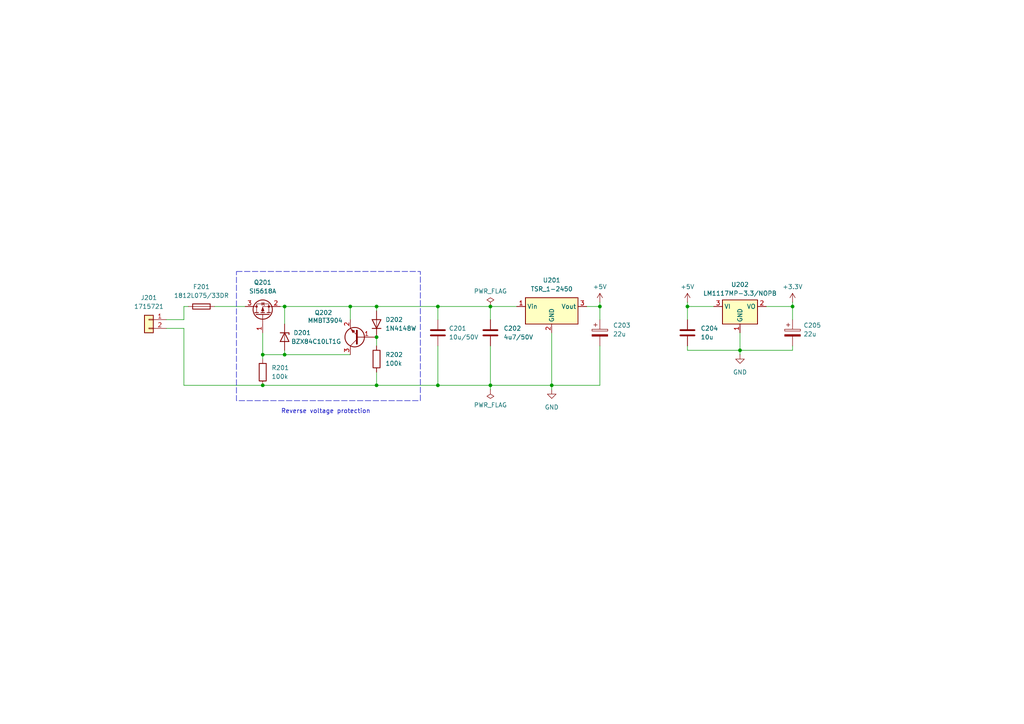
<source format=kicad_sch>
(kicad_sch (version 20231120) (generator "eeschema") (generator_version "8.0")
  (paper "A4")
  (lib_symbols
    (symbol "Connector_Generic:Conn_01x02" (pin_names (offset 1.016) hide)
      (property "Reference" "J" (at 0 2.54 0))
      (property "Value" "Conn_01x02" (at 0 -5.08 0))
      (symbol "Conn_01x02_1_1"
        (rectangle (start -1.27 -2.413) (end 0 -2.667) (stroke (width 0.1524)))
        (rectangle (start -1.27 0.127) (end 0 -0.127) (stroke (width 0.1524)))
        (rectangle (start -1.27 1.27) (end 1.27 -3.81) (stroke (width 0.254)) (fill (type background)))
        (pin passive line (at -5.08 0 0) (length 3.81) (name "Pin_1") (number "1"))
        (pin passive line (at -5.08 -2.54 0) (length 3.81) (name "Pin_2") (number "2"))
      )
    )
    (symbol "Device:C" (pin_numbers hide) (pin_names (offset 0.254))
      (property "Reference" "C" (at 0.635 2.54 0))
      (property "Value" "C" (at 0.635 -2.54 0))
      (symbol "C_0_1"
        (polyline (pts (xy -2.032 -0.762) (xy 2.032 -0.762)) (stroke (width 0.508)))
        (polyline (pts (xy -2.032 0.762) (xy 2.032 0.762)) (stroke (width 0.508)))
      )
      (symbol "C_1_1"
        (pin passive line (at 0 3.81 270) (length 2.794) (name "~") (number "1"))
        (pin passive line (at 0 -3.81 90) (length 2.794) (name "~") (number "2"))
      )
    )
    (symbol "Device:C_Polarized" (pin_numbers hide) (pin_names (offset 0.254))
      (property "Reference" "C" (at 0.635 2.54 0))
      (property "Value" "C_Polarized" (at 0.635 -2.54 0))
      (symbol "C_Polarized_0_1"
        (rectangle (start -2.286 0.508) (end 2.286 1.016))
        (polyline (pts (xy -1.778 2.286) (xy -0.762 2.286)))
        (polyline (pts (xy -1.27 2.794) (xy -1.27 1.778)))
        (rectangle (start 2.286 -0.508) (end -2.286 -1.016) (fill (type outline)))
      )
      (symbol "C_Polarized_1_1"
        (pin passive line (at 0 3.81 270) (length 2.794) (name "~") (number "1"))
        (pin passive line (at 0 -3.81 90) (length 2.794) (name "~") (number "2"))
      )
    )
    (symbol "Device:Fuse" (pin_numbers hide) (pin_names (offset 0))
      (property "Reference" "F" (at 2.032 0 90))
      (property "Value" "Fuse" (at -1.905 0 90))
      (symbol "Fuse_0_1"
        (rectangle (start -0.762 -2.54) (end 0.762 2.54) (stroke (width 0.254)))
        (polyline (pts (xy 0 2.54) (xy 0 -2.54)))
      )
      (symbol "Fuse_1_1"
        (pin passive line (at 0 3.81 270) (length 1.27) (name "~") (number "1"))
        (pin passive line (at 0 -3.81 90) (length 1.27) (name "~") (number "2"))
      )
    )
    (symbol "Device:Q_PMOS_GSD" (pin_names (offset 0) hide)
      (property "Reference" "Q" (at 5.08 1.27 0))
      (property "Value" "Q_PMOS_GSD" (at 5.08 -1.27 0))
      (symbol "Q_PMOS_GSD_0_1"
        (polyline (pts (xy 0.254 0) (xy -2.54 0)))
        (polyline (pts (xy 0.254 1.905) (xy 0.254 -1.905)) (stroke (width 0.254)))
        (polyline (pts (xy 0.762 -1.27) (xy 0.762 -2.286)) (stroke (width 0.254)))
        (polyline (pts (xy 0.762 0.508) (xy 0.762 -0.508)) (stroke (width 0.254)))
        (polyline (pts (xy 0.762 2.286) (xy 0.762 1.27)) (stroke (width 0.254)))
        (polyline (pts (xy 2.54 2.54) (xy 2.54 1.778)))
        (polyline (pts (xy 2.54 -2.54) (xy 2.54 0) (xy 0.762 0)))
        (polyline (pts (xy 0.762 1.778) (xy 3.302 1.778) (xy 3.302 -1.778) (xy 0.762 -1.778)))
        (polyline (pts (xy 2.286 0) (xy 1.27 0.381) (xy 1.27 -0.381) (xy 2.286 0)) (fill (type outline)))
        (polyline (pts (xy 2.794 -0.508) (xy 2.921 -0.381) (xy 3.683 -0.381) (xy 3.81 -0.254)))
        (polyline (pts (xy 3.302 -0.381) (xy 2.921 0.254) (xy 3.683 0.254) (xy 3.302 -0.381)))
        (circle (center 1.651 0) (radius 2.794) (stroke (width 0.254)))
        (circle (center 2.54 -1.778) (radius 0.254) (fill (type outline)))
        (circle (center 2.54 1.778) (radius 0.254) (fill (type outline)))
      )
      (symbol "Q_PMOS_GSD_1_1"
        (pin input line (at -5.08 0 0) (length 2.54) (name "G") (number "1"))
        (pin passive line (at 2.54 -5.08 90) (length 2.54) (name "S") (number "2"))
        (pin passive line (at 2.54 5.08 270) (length 2.54) (name "D") (number "3"))
      )
    )
    (symbol "Device:R" (pin_numbers hide) (pin_names (offset 0))
      (property "Reference" "R" (at 2.032 0 90))
      (property "Value" "R" (at 0 0 90))
      (symbol "R_0_1"
        (rectangle (start -1.016 -2.54) (end 1.016 2.54) (stroke (width 0.254)))
      )
      (symbol "R_1_1"
        (pin passive line (at 0 3.81 270) (length 1.27) (name "~") (number "1"))
        (pin passive line (at 0 -3.81 90) (length 1.27) (name "~") (number "2"))
      )
    )
    (symbol "Diode:1N4148W" (pin_numbers hide) (pin_names hide)
      (property "Reference" "D" (at 0 2.54 0))
      (property "Value" "1N4148W" (at 0 -2.54 0))
      (symbol "1N4148W_0_1"
        (polyline (pts (xy -1.27 1.27) (xy -1.27 -1.27)) (stroke (width 0.254)))
        (polyline (pts (xy 1.27 0) (xy -1.27 0)))
        (polyline (pts (xy 1.27 1.27) (xy 1.27 -1.27) (xy -1.27 0) (xy 1.27 1.27)) (stroke (width 0.254)))
      )
      (symbol "1N4148W_1_1"
        (pin passive line (at -3.81 0 0) (length 2.54) (name "K") (number "1"))
        (pin passive line (at 3.81 0 180) (length 2.54) (name "A") (number "2"))
      )
    )
    (symbol "Diode:BZX84Cxx" (pin_numbers hide) (pin_names hide)
      (property "Reference" "D" (at 0 3.81 0))
      (property "Value" "BZX84Cxx" (at 0 -3.81 0))
      (symbol "BZX84Cxx_0_1"
        (polyline (pts (xy 1.27 0) (xy -1.27 0)))
        (polyline (pts (xy -1.27 -1.27) (xy -1.27 1.27) (xy -0.762 1.27)) (stroke (width 0.254)))
        (polyline (pts (xy 1.27 -1.27) (xy 1.27 1.27) (xy -1.27 0) (xy 1.27 -1.27)) (stroke (width 0.254)))
      )
      (symbol "BZX84Cxx_1_1"
        (pin passive line (at 3.81 0 180) (length 2.54) (name "A") (number "1"))
        (pin no_connect line (at 1.27 0 180) (length 2.54) hide (name "NC") (number "2"))
        (pin passive line (at -3.81 0 0) (length 2.54) (name "K") (number "3"))
      )
    )
    (symbol "Regulator_Linear:LM1117MP-3.3"
      (property "Reference" "U" (at -3.81 3.175 0))
      (property "Value" "LM1117MP-3.3" (at 0 3.175 0))
      (symbol "LM1117MP-3.3_0_1"
        (rectangle (start -5.08 -5.08) (end 5.08 1.905) (stroke (width 0.254)) (fill (type background)))
      )
      (symbol "LM1117MP-3.3_1_1"
        (pin power_in line (at 0 -7.62 90) (length 2.54) (name "GND") (number "1"))
        (pin power_out line (at 7.62 0 180) (length 2.54) (name "VO") (number "2"))
        (pin power_in line (at -7.62 0 0) (length 2.54) (name "VI") (number "3"))
      )
    )
    (symbol "Regulator_Switching:TSR_1-2450"
      (property "Reference" "U" (at -7.62 6.35 0))
      (property "Value" "TSR_1-2450" (at -1.27 6.35 0))
      (symbol "TSR_1-2450_0_1"
        (rectangle (start -7.62 5.08) (end 7.62 -2.54) (stroke (width 0.254)) (fill (type background)))
      )
      (symbol "TSR_1-2450_1_1"
        (pin power_in line (at -10.16 2.54 0) (length 2.54) (name "Vin") (number "1"))
        (pin power_in line (at 0 -5.08 90) (length 2.54) (name "GND") (number "2"))
        (pin power_out line (at 10.16 2.54 180) (length 2.54) (name "Vout") (number "3"))
      )
    )
    (symbol "Transistor_BJT:MMBT3904" (pin_names (offset 0) hide)
      (property "Reference" "Q" (at 5.08 1.905 0))
      (property "Value" "MMBT3904" (at 5.08 0 0))
      (symbol "MMBT3904_0_1"
        (polyline (pts (xy 0.635 0.635) (xy 2.54 2.54)))
        (polyline (pts (xy 0.635 -0.635) (xy 2.54 -2.54) (xy 2.54 -2.54)))
        (polyline (pts (xy 0.635 1.905) (xy 0.635 -1.905) (xy 0.635 -1.905)) (stroke (width 0.508)))
        (polyline (pts (xy 1.27 -1.778) (xy 1.778 -1.27) (xy 2.286 -2.286) (xy 1.27 -1.778) (xy 1.27 -1.778)) (fill (type outline)))
        (circle (center 1.27 0) (radius 2.8194) (stroke (width 0.254)))
      )
      (symbol "MMBT3904_1_1"
        (pin input line (at -5.08 0 0) (length 5.715) (name "B") (number "1"))
        (pin passive line (at 2.54 -5.08 90) (length 2.54) (name "E") (number "2"))
        (pin passive line (at 2.54 5.08 270) (length 2.54) (name "C") (number "3"))
      )
    )
    (symbol "power:+3.3V" (power) (pin_numbers hide) (pin_names (offset 0) hide)
      (property "Value" "+3.3V" (at 0 3.556 0))
      (symbol "+3.3V_0_1"
        (polyline (pts (xy -0.762 1.27) (xy 0 2.54)))
        (polyline (pts (xy 0 0) (xy 0 2.54)))
        (polyline (pts (xy 0 2.54) (xy 0.762 1.27)))
      )
      (symbol "+3.3V_1_1"
        (pin power_in line (at 0 0 90) (length 0) (name "~") (number "1"))
      )
    )
    (symbol "power:+5V" (power) (pin_numbers hide) (pin_names (offset 0) hide)
      (property "Value" "+5V" (at 0 3.556 0))
      (symbol "+5V_0_1"
        (polyline (pts (xy -0.762 1.27) (xy 0 2.54)))
        (polyline (pts (xy 0 0) (xy 0 2.54)))
        (polyline (pts (xy 0 2.54) (xy 0.762 1.27)))
      )
      (symbol "+5V_1_1"
        (pin power_in line (at 0 0 90) (length 0) (name "~") (number "1"))
      )
    )
    (symbol "power:GND" (power) (pin_numbers hide) (pin_names (offset 0) hide)
      (property "Value" "GND" (at 0 -3.81 0))
      (symbol "GND_0_1"
        (polyline (pts (xy 0 0) (xy 0 -1.27) (xy 1.27 -1.27) (xy 0 -2.54) (xy -1.27 -1.27) (xy 0 -1.27)))
      )
      (symbol "GND_1_1"
        (pin power_in line (at 0 0 270) (length 0) (name "~") (number "1"))
      )
    )
    (symbol "power:PWR_FLAG" (power) (pin_numbers hide) (pin_names (offset 0) hide)
      (property "Value" "PWR_FLAG" (at 0 3.81 0))
      (symbol "PWR_FLAG_0_0"
        (pin power_out line (at 0 0 90) (length 0) (name "~") (number "1"))
      )
      (symbol "PWR_FLAG_0_1"
        (polyline (pts (xy 0 0) (xy 0 1.27) (xy -1.016 1.905) (xy 0 2.54) (xy 1.016 1.905) (xy 0 1.27)))
      )
    )
  )
  (junction (at 142.24 111.76))
  (junction (at 214.63 101.6))
  (junction (at 101.6 88.9))
  (junction (at 199.39 88.9))
  (junction (at 127 88.9))
  (junction (at 127 111.76))
  (junction (at 109.22 111.76))
  (junction (at 82.55 102.87))
  (junction (at 142.24 88.9))
  (junction (at 173.99 88.9))
  (junction (at 229.87 88.9))
  (junction (at 160.02 111.76))
  (junction (at 109.22 97.79))
  (junction (at 82.55 88.9))
  (junction (at 76.2 102.87))
  (junction (at 76.2 111.76))
  (junction (at 109.22 88.9))
  (wire (pts (xy 53.34 95.25) (xy 48.26 95.25)))
  (wire (pts (xy 142.24 111.76) (xy 160.02 111.76)))
  (wire (pts (xy 142.24 111.76) (xy 142.24 113.03)))
  (wire (pts (xy 76.2 111.76) (xy 109.22 111.76)))
  (wire (pts (xy 229.87 88.9) (xy 229.87 92.71)))
  (wire (pts (xy 109.22 107.95) (xy 109.22 111.76)))
  (wire (pts (xy 53.34 95.25) (xy 53.34 111.76)))
  (wire (pts (xy 160.02 111.76) (xy 173.99 111.76)))
  (wire (pts (xy 62.23 88.9) (xy 71.12 88.9)))
  (wire (pts (xy 101.6 88.9) (xy 109.22 88.9)))
  (wire (pts (xy 199.39 88.9) (xy 199.39 92.71)))
  (wire (pts (xy 82.55 102.87) (xy 76.2 102.87)))
  (wire (pts (xy 82.55 101.6) (xy 82.55 102.87)))
  (wire (pts (xy 109.22 97.79) (xy 109.22 100.33)))
  (wire (pts (xy 81.28 88.9) (xy 82.55 88.9)))
  (wire (pts (xy 229.87 100.33) (xy 229.87 101.6)))
  (wire (pts (xy 127 88.9) (xy 142.24 88.9)))
  (wire (pts (xy 142.24 100.33) (xy 142.24 111.76)))
  (wire (pts (xy 109.22 88.9) (xy 127 88.9)))
  (wire (pts (xy 109.22 88.9) (xy 109.22 90.17)))
  (wire (pts (xy 82.55 102.87) (xy 101.6 102.87)))
  (wire (pts (xy 53.34 111.76) (xy 76.2 111.76)))
  (wire (pts (xy 214.63 101.6) (xy 214.63 96.52)))
  (wire (pts (xy 142.24 88.9) (xy 142.24 92.71)))
  (wire (pts (xy 142.24 88.9) (xy 149.86 88.9)))
  (wire (pts (xy 199.39 100.33) (xy 199.39 101.6)))
  (wire (pts (xy 173.99 92.71) (xy 173.99 88.9)))
  (wire (pts (xy 82.55 88.9) (xy 82.55 93.98)))
  (wire (pts (xy 127 100.33) (xy 127 111.76)))
  (wire (pts (xy 109.22 111.76) (xy 127 111.76)))
  (wire (pts (xy 160.02 113.03) (xy 160.02 111.76)))
  (wire (pts (xy 76.2 102.87) (xy 76.2 104.14)))
  (wire (pts (xy 170.18 88.9) (xy 173.99 88.9)))
  (wire (pts (xy 101.6 88.9) (xy 101.6 92.71)))
  (wire (pts (xy 160.02 96.52) (xy 160.02 111.76)))
  (wire (pts (xy 127 88.9) (xy 127 92.71)))
  (wire (pts (xy 229.87 87.63) (xy 229.87 88.9)))
  (wire (pts (xy 199.39 87.63) (xy 199.39 88.9)))
  (wire (pts (xy 82.55 88.9) (xy 101.6 88.9)))
  (wire (pts (xy 199.39 88.9) (xy 207.01 88.9)))
  (wire (pts (xy 173.99 111.76) (xy 173.99 100.33)))
  (wire (pts (xy 127 111.76) (xy 142.24 111.76)))
  (wire (pts (xy 53.34 92.71) (xy 53.34 88.9)))
  (wire (pts (xy 48.26 92.71) (xy 53.34 92.71)))
  (wire (pts (xy 76.2 96.52) (xy 76.2 102.87)))
  (wire (pts (xy 199.39 101.6) (xy 214.63 101.6)))
  (wire (pts (xy 214.63 101.6) (xy 214.63 102.87)))
  (wire (pts (xy 222.25 88.9) (xy 229.87 88.9)))
  (wire (pts (xy 53.34 88.9) (xy 54.61 88.9)))
  (wire (pts (xy 173.99 87.63) (xy 173.99 88.9)))
  (wire (pts (xy 214.63 101.6) (xy 229.87 101.6)))
  (rectangle (start 68.58 78.74) (end 121.92 116.205) (stroke (width 0) (type dash)))
  (text "Reverse voltage protection" (at 94.488 119.38 0) (effects (font (size 1.27 1.27))))
  (symbol (lib_id "power:GND") (at 214.63 102.87 0) (unit 1)
    (property "Reference" "#PWR0204" (effects (hide yes)))
    (property "Value" "GND" (at 214.63 107.95 0))
    (property "Description" "Power symbol creates a global label with name \"GND\" , ground" (effects (hide yes)))
    (instances (project "ETH1HMSR-SMS" (path "" (reference "#PWR0204") (unit 1))) (project "ETH1IRCAM1" (path "" (reference "#PWR0223") (unit 1))))
  )
  (symbol (lib_id "Regulator_Switching:TSR_1-2450") (at 160.02 91.44 0) (unit 1)
    (property "Reference" "U201" (at 160.02 81.28 0))
    (property "Value" "TSR_1-2450" (at 160.02 83.82 0))
    (property "Footprint" "Converter_DCDC:Converter_DCDC_TRACO_TSR-1_THT" (effects (hide yes)))
    (property "Datasheet" "http://www.tracopower.com/products/tsr1.pdf" (effects (hide yes)))
  )
  (symbol (lib_id "power:+5V") (at 173.99 87.63 0) (unit 1)
    (property "Reference" "#PWR0202" (effects (hide yes)))
    (property "Value" "+5V" (at 173.99 83.185 0))
    (property "Description" "Power symbol creates a global label with name \"+5V\"" (effects (hide yes)))
  )
  (symbol (lib_id "Device:C") (at 127 96.52 0) (unit 1)
    (property "Reference" "C201" (at 130.175 95.25 0) (effects (justify left)))
    (property "Value" "10u/50V" (at 130.175 97.79 0) (effects (justify left)))
    (property "Footprint" "Capacitor_SMD:C_1206_3216Metric_Pad1.33x1.80mm_HandSolder" (effects (hide yes)))
  )
  (symbol (lib_id "Device:C_Polarized") (at 229.87 96.52 0) (unit 1)
    (property "Reference" "C205" (at 233.045 94.361 0) (effects (justify left)))
    (property "Value" "22u" (at 233.045 96.901 0) (effects (justify left)))
    (property "Footprint" "Capacitor_Tantalum_SMD:CP_EIA-3528-21_Kemet-B_Pad1.50x2.35mm_HandSolder" (effects (hide yes)))
    (instances (project "ETH1HMSR-SMS" (path "" (reference "C205") (unit 1))) (project "ETH1IRCAM1" (path "" (reference "C211") (unit 1))))
  )
  (symbol (lib_id "Device:R") (at 76.2 107.95 0) (unit 1)
    (property "Reference" "R201" (at 78.74 106.68 0) (effects (justify left)))
    (property "Value" "100k" (at 78.74 109.22 0) (effects (justify left)))
    (property "Footprint" "Resistor_SMD:R_0603_1608Metric_Pad0.98x0.95mm_HandSolder" (effects (hide yes)))
    (instances (project "ETH1HMSR-SMS" (path "" (reference "R201") (unit 1))) (project "ETH1IRCAM1" (path "" (reference "R202") (unit 1))))
  )
  (symbol (lib_id "Device:Fuse") (at 58.42 88.9 90) (unit 1)
    (property "Reference" "F201" (at 58.42 83.185 90))
    (property "Value" "1812L075/33DR" (at 58.42 85.725 90))
    (property "Footprint" "Fuse:Fuse_1812_4532Metric_Pad1.30x3.40mm_HandSolder" (effects (hide yes)))
  )
  (symbol (lib_id "Diode:BZX84Cxx") (at 82.55 97.79 270) (unit 1)
    (property "Reference" "D201" (at 85.09 96.52 90) (effects (justify left)))
    (property "Value" "BZX84C10LT1G" (at 84.455 99.06 90) (effects (justify left)))
    (property "Footprint" "Package_TO_SOT_SMD:SOT-23" (effects (hide yes)))
    (property "Datasheet" "https://diotec.com/tl_files/diotec/files/pdf/datasheets/bzx84c2v4.pdf" (effects (hide yes)))
  )
  (symbol (lib_id "Device:Q_PMOS_GSD") (at 76.2 91.44 90) (unit 1)
    (property "Reference" "Q201" (at 76.2 81.915 90))
    (property "Value" "SI5618A" (at 76.2 84.455 90))
    (property "Footprint" "Package_TO_SOT_SMD:SOT-23" (effects (hide yes)))
  )
  (symbol (lib_id "power:+3.3V") (at 229.87 87.63 0) (unit 1)
    (property "Reference" "#PWR0205" (effects (hide yes)))
    (property "Value" "+3.3V" (at 229.87 83.185 0))
    (property "Description" "Power symbol creates a global label with name \"+3.3V\"" (effects (hide yes)))
    (instances (project "ETH1HMSR-SMS" (path "" (reference "#PWR0205") (unit 1))) (project "ETH1IRCAM1" (path "" (reference "#PWR0222") (unit 1))))
  )
  (symbol (lib_id "power:PWR_FLAG") (at 142.24 113.03 180) (unit 1)
    (property "Reference" "#FLG0202" (effects (hide yes)))
    (property "Value" "PWR_FLAG" (at 142.24 117.475 0))
    (property "Description" "Special symbol for telling ERC where power comes from" (effects (hide yes)))
  )
  (symbol (lib_id "Transistor_BJT:MMBT3904") (at 104.14 97.79 180) (unit 1)
    (property "Reference" "Q202" (at 96.393 90.678 0) (effects (justify left)))
    (property "Value" "MMBT3904" (at 99.441 92.964 0) (effects (justify left)))
    (property "Footprint" "Package_TO_SOT_SMD:SOT-23" (effects (hide yes)))
    (property "Datasheet" "https://www.onsemi.com/pdf/datasheet/pzt3904-d.pdf" (effects (hide yes)))
  )
  (symbol (lib_id "Regulator_Linear:LM1117MP-3.3") (at 214.63 88.9 0) (unit 1)
    (property "Reference" "U202" (at 214.63 82.55 0))
    (property "Value" "LM1117MP-3.3/NOPB" (at 214.63 85.09 0))
    (property "Footprint" "Package_TO_SOT_SMD:SOT-223-3_TabPin2" (effects (hide yes)))
    (property "Datasheet" "http://www.ti.com/lit/ds/symlink/lm1117.pdf" (effects (hide yes)))
    (property "Description" "800mA Low-Dropout Linear Regulator, 3.3V fixed output, SOT-223" (effects (hide yes)))
  )
  (symbol (lib_id "Device:C") (at 142.24 96.52 0) (unit 1)
    (property "Reference" "C202" (at 146.05 95.25 0) (effects (justify left)))
    (property "Value" "4u7/50V" (at 146.05 97.79 0) (effects (justify left)))
    (property "Footprint" "Capacitor_SMD:C_1206_3216Metric_Pad1.33x1.80mm_HandSolder" (effects (hide yes)))
  )
  (symbol (lib_id "Device:R") (at 109.22 104.14 0) (unit 1)
    (property "Reference" "R202" (at 111.76 102.87 0) (effects (justify left)))
    (property "Value" "100k" (at 111.76 105.41 0) (effects (justify left)))
    (property "Footprint" "Resistor_SMD:R_0603_1608Metric_Pad0.98x0.95mm_HandSolder" (effects (hide yes)))
    (instances (project "ETH1HMSR-SMS" (path "" (reference "R202") (unit 1))) (project "ETH1IRCAM1" (path "" (reference "R203") (unit 1))))
  )
  (symbol (lib_id "Connector_Generic:Conn_01x02") (at 43.18 92.71 0) (mirror y) (unit 1)
    (property "Reference" "J201" (at 43.18 86.36 0))
    (property "Value" "1715721" (at 43.18 88.9 0))
    (property "Footprint" "TerminalBlock_Phoenix:TerminalBlock_Phoenix_MKDS-1,5-2_1x02_P5.00mm_Horizontal" (effects (hide yes)))
  )
  (symbol (lib_id "Device:C_Polarized") (at 173.99 96.52 0) (unit 1)
    (property "Reference" "C203" (at 177.8 94.361 0) (effects (justify left)))
    (property "Value" "22u" (at 177.8 96.901 0) (effects (justify left)))
    (property "Footprint" "Capacitor_Tantalum_SMD:CP_EIA-3528-21_Kemet-B_Pad1.50x2.35mm_HandSolder" (effects (hide yes)))
  )
  (symbol (lib_id "power:PWR_FLAG") (at 142.24 88.9 0) (unit 1)
    (property "Reference" "#FLG0201" (effects (hide yes)))
    (property "Value" "PWR_FLAG" (at 142.24 84.455 0))
    (property "Description" "Special symbol for telling ERC where power comes from" (effects (hide yes)))
  )
  (symbol (lib_id "Diode:1N4148W") (at 109.22 93.98 90) (unit 1)
    (property "Reference" "D202" (at 111.76 92.71 90) (effects (justify right)))
    (property "Value" "1N4148W" (at 111.76 95.25 90) (effects (justify right)))
    (property "Footprint" "Diode_SMD:D_SOD-123" (effects (hide yes)))
    (property "Datasheet" "https://www.vishay.com/docs/85748/1n4148w.pdf" (effects (hide yes)))
    (property "Sim.Device" "D" (effects (hide yes)))
    (property "Sim.Pins" "1=K 2=A" (effects (hide yes)))
  )
  (symbol (lib_id "power:GND") (at 160.02 113.03 0) (unit 1)
    (property "Reference" "#PWR0201" (effects (hide yes)))
    (property "Value" "GND" (at 160.02 118.11 0))
    (property "Description" "Power symbol creates a global label with name \"GND\" , ground" (effects (hide yes)))
  )
  (symbol (lib_id "Device:C") (at 199.39 96.52 0) (unit 1)
    (property "Reference" "C204" (at 203.2 95.25 0) (effects (justify left)))
    (property "Value" "10u" (at 203.2 97.79 0) (effects (justify left)))
    (property "Footprint" "Capacitor_SMD:C_1206_3216Metric_Pad1.33x1.80mm_HandSolder" (effects (hide yes)))
  )
  (symbol (lib_id "power:+5V") (at 199.39 87.63 0) (unit 1)
    (property "Reference" "#PWR0203" (effects (hide yes)))
    (property "Value" "+5V" (at 199.39 83.185 0))
    (property "Description" "Power symbol creates a global label with name \"+5V\"" (effects (hide yes)))
  )
)
</source>
